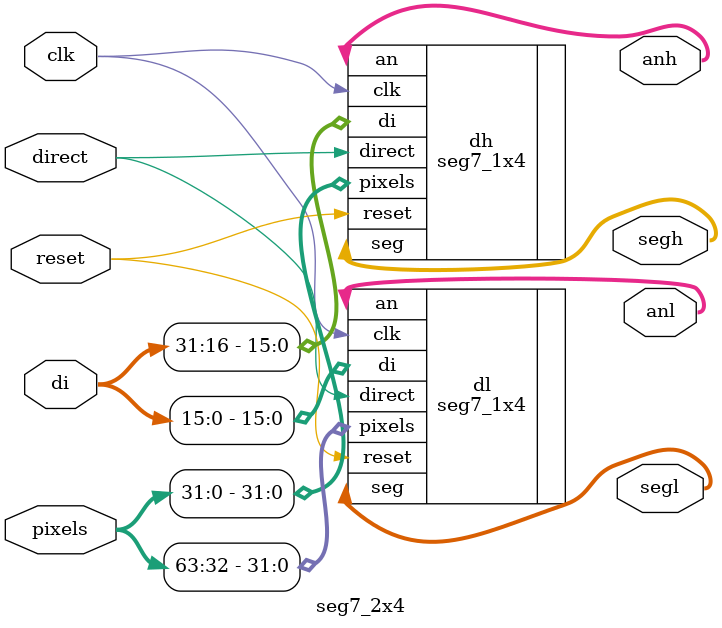
<source format=v>
module seg7_2x4
  (
   input wire	     clk,
   input wire	     reset,
   input wire [31:0] di,
   input wire [63:0] pixels,
   input wire	     direct,
   output wire [7:0] segl,
   output wire [3:0] anl,
   output wire [7:0] segh,
   output wire [3:0] anh
   );
   
   seg7_1x4 dl
     (
      .clk(clk),
      .reset(reset),
      .di(di[15:0]),
      .pixels(pixels[63:32]),
      .direct(direct),
      .seg(segl),
      .an(anl)
      );
   
   seg7_1x4 dh
     (
      .clk(clk),
      .reset(reset),
      .di(di[31:16]),
      .pixels(pixels[31:0]),
      .direct(direct),
      .seg(segh),
      .an(anh)
      );
   
endmodule // seg7_2x4

</source>
